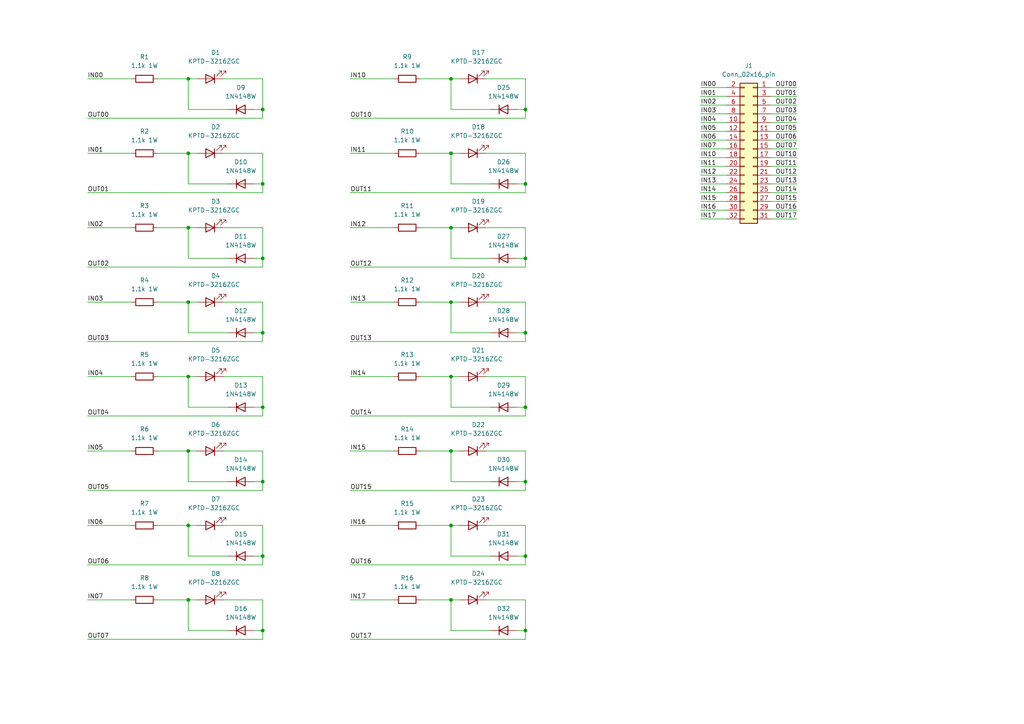
<source format=kicad_sch>
(kicad_sch (version 20231120) (generator "eeschema") (generator_version "8.0")
  (paper "A4")
  (title_block (title "Модуль PM-DI16-front-DC24"))
  (lib_symbols
    (symbol "NextPCB:1N4148W" (pin_numbers hide) (pin_names (offset 1.016) hide)
      (property "Reference" "D" (at 0 2.54 0))
      (property "Value" "1N4148W" (at 0 -2.54 0))
      (symbol "1N4148W_0_1"
        (polyline (pts (xy -1.27 1.27) (xy -1.27 -1.27)) (stroke (width 0.254)))
        (polyline (pts (xy 1.27 0) (xy -1.27 0)))
        (polyline (pts (xy 1.27 1.27) (xy 1.27 -1.27) (xy -1.27 0) (xy 1.27 1.27)) (stroke (width 0.254)))
      )
      (symbol "1N4148W_1_1"
        (pin passive line (at -3.81 0 0) (length 2.54) (name "K") (number "1"))
        (pin passive line (at 3.81 0 180) (length 2.54) (name "A") (number "2"))
      )
    )
    (symbol "NextPCB:Conn_02x16_pin" (pin_names (offset 1.016) hide)
      (property "Reference" "J" (at 1.27 20.32 0))
      (property "Value" "Conn_02x16_pin" (at 1.27 -22.86 0))
      (symbol "Conn_02x16_pin_1_1"
        (rectangle (start -1.27 -20.193) (end 0 -20.447) (stroke (width 0.1524)))
        (rectangle (start -1.27 -17.653) (end 0 -17.907) (stroke (width 0.1524)))
        (rectangle (start -1.27 -15.113) (end 0 -15.367) (stroke (width 0.1524)))
        (rectangle (start -1.27 -12.573) (end 0 -12.827) (stroke (width 0.1524)))
        (rectangle (start -1.27 -10.033) (end 0 -10.287) (stroke (width 0.1524)))
        (rectangle (start -1.27 -7.493) (end 0 -7.747) (stroke (width 0.1524)))
        (rectangle (start -1.27 -4.953) (end 0 -5.207) (stroke (width 0.1524)))
        (rectangle (start -1.27 -2.413) (end 0 -2.667) (stroke (width 0.1524)))
        (rectangle (start -1.27 0.127) (end 0 -0.127) (stroke (width 0.1524)))
        (rectangle (start -1.27 2.667) (end 0 2.413) (stroke (width 0.1524)))
        (rectangle (start -1.27 5.207) (end 0 4.953) (stroke (width 0.1524)))
        (rectangle (start -1.27 7.747) (end 0 7.493) (stroke (width 0.1524)))
        (rectangle (start -1.27 10.287) (end 0 10.033) (stroke (width 0.1524)))
        (rectangle (start -1.27 12.827) (end 0 12.573) (stroke (width 0.1524)))
        (rectangle (start -1.27 15.367) (end 0 15.113) (stroke (width 0.1524)))
        (rectangle (start -1.27 17.907) (end 0 17.653) (stroke (width 0.1524)))
        (rectangle (start -1.27 19.05) (end 3.81 -21.59) (stroke (width 0.254)) (fill (type background)))
        (rectangle (start 3.81 -20.193) (end 2.54 -20.447) (stroke (width 0.1524)))
        (rectangle (start 3.81 -17.653) (end 2.54 -17.907) (stroke (width 0.1524)))
        (rectangle (start 3.81 -15.113) (end 2.54 -15.367) (stroke (width 0.1524)))
        (rectangle (start 3.81 -12.573) (end 2.54 -12.827) (stroke (width 0.1524)))
        (rectangle (start 3.81 -10.033) (end 2.54 -10.287) (stroke (width 0.1524)))
        (rectangle (start 3.81 -7.493) (end 2.54 -7.747) (stroke (width 0.1524)))
        (rectangle (start 3.81 -4.953) (end 2.54 -5.207) (stroke (width 0.1524)))
        (rectangle (start 3.81 -2.413) (end 2.54 -2.667) (stroke (width 0.1524)))
        (rectangle (start 3.81 0.127) (end 2.54 -0.127) (stroke (width 0.1524)))
        (rectangle (start 3.81 2.667) (end 2.54 2.413) (stroke (width 0.1524)))
        (rectangle (start 3.81 5.207) (end 2.54 4.953) (stroke (width 0.1524)))
        (rectangle (start 3.81 7.747) (end 2.54 7.493) (stroke (width 0.1524)))
        (rectangle (start 3.81 10.287) (end 2.54 10.033) (stroke (width 0.1524)))
        (rectangle (start 3.81 12.827) (end 2.54 12.573) (stroke (width 0.1524)))
        (rectangle (start 3.81 15.367) (end 2.54 15.113) (stroke (width 0.1524)))
        (rectangle (start 3.81 17.907) (end 2.54 17.653) (stroke (width 0.1524)))
        (pin passive line (at -5.08 17.78 0) (length 3.81) (name "Pin_1") (number "1"))
        (pin passive line (at 7.62 7.62 180) (length 3.81) (name "Pin_10") (number "10"))
        (pin passive line (at -5.08 5.08 0) (length 3.81) (name "Pin_11") (number "11"))
        (pin passive line (at 7.62 5.08 180) (length 3.81) (name "Pin_12") (number "12"))
        (pin passive line (at -5.08 2.54 0) (length 3.81) (name "Pin_13") (number "13"))
        (pin passive line (at 7.62 2.54 180) (length 3.81) (name "Pin_14") (number "14"))
        (pin passive line (at -5.08 0 0) (length 3.81) (name "Pin_15") (number "15"))
        (pin passive line (at 7.62 0 180) (length 3.81) (name "Pin_16") (number "16"))
        (pin passive line (at -5.08 -2.54 0) (length 3.81) (name "Pin_17") (number "17"))
        (pin passive line (at 7.62 -2.54 180) (length 3.81) (name "Pin_18") (number "18"))
        (pin passive line (at -5.08 -5.08 0) (length 3.81) (name "Pin_19") (number "19"))
        (pin passive line (at 7.62 17.78 180) (length 3.81) (name "Pin_2") (number "2"))
        (pin passive line (at 7.62 -5.08 180) (length 3.81) (name "Pin_20") (number "20"))
        (pin passive line (at -5.08 -7.62 0) (length 3.81) (name "Pin_21") (number "21"))
        (pin passive line (at 7.62 -7.62 180) (length 3.81) (name "Pin_22") (number "22"))
        (pin passive line (at -5.08 -10.16 0) (length 3.81) (name "Pin_23") (number "23"))
        (pin passive line (at 7.62 -10.16 180) (length 3.81) (name "Pin_24") (number "24"))
        (pin passive line (at -5.08 -12.7 0) (length 3.81) (name "Pin_25") (number "25"))
        (pin passive line (at 7.62 -12.7 180) (length 3.81) (name "Pin_26") (number "26"))
        (pin passive line (at -5.08 -15.24 0) (length 3.81) (name "Pin_27") (number "27"))
        (pin passive line (at 7.62 -15.24 180) (length 3.81) (name "Pin_28") (number "28"))
        (pin passive line (at -5.08 -17.78 0) (length 3.81) (name "Pin_29") (number "29"))
        (pin passive line (at -5.08 15.24 0) (length 3.81) (name "Pin_3") (number "3"))
        (pin passive line (at 7.62 -17.78 180) (length 3.81) (name "Pin_30") (number "30"))
        (pin passive line (at -5.08 -20.32 0) (length 3.81) (name "Pin_31") (number "31"))
        (pin passive line (at 7.62 -20.32 180) (length 3.81) (name "Pin_32") (number "32"))
        (pin passive line (at 7.62 15.24 180) (length 3.81) (name "Pin_4") (number "4"))
        (pin passive line (at -5.08 12.7 0) (length 3.81) (name "Pin_5") (number "5"))
        (pin passive line (at 7.62 12.7 180) (length 3.81) (name "Pin_6") (number "6"))
        (pin passive line (at -5.08 10.16 0) (length 3.81) (name "Pin_7") (number "7"))
        (pin passive line (at 7.62 10.16 180) (length 3.81) (name "Pin_8") (number "8"))
        (pin passive line (at -5.08 7.62 0) (length 3.81) (name "Pin_9") (number "9"))
      )
    )
    (symbol "NextPCB:LED_KPTD-3216ZGC" (pin_numbers hide) (pin_names (offset 1.016) hide)
      (property "Reference" "D" (at 0 2.54 0))
      (property "Value" "KPTD-3216ZGC " (at 0 -2.54 0))
      (symbol "LED_KPTD-3216ZGC_0_1"
        (polyline (pts (xy -1.27 -1.27) (xy -1.27 1.27)) (stroke (width 0.254)))
        (polyline (pts (xy -1.27 0) (xy 1.27 0)))
        (polyline (pts (xy 1.27 -1.27) (xy 1.27 1.27) (xy -1.27 0) (xy 1.27 -1.27)) (stroke (width 0.254)))
        (polyline (pts (xy -3.048 -0.762) (xy -4.572 -2.286) (xy -3.81 -2.286) (xy -4.572 -2.286) (xy -4.572 -1.524)))
        (polyline (pts (xy -1.778 -0.762) (xy -3.302 -2.286) (xy -2.54 -2.286) (xy -3.302 -2.286) (xy -3.302 -1.524)))
      )
      (symbol "LED_KPTD-3216ZGC_1_1"
        (pin passive line (at -3.81 0 0) (length 2.54) (name "K") (number "1"))
        (pin passive line (at 3.81 0 180) (length 2.54) (name "A") (number "2"))
      )
    )
    (symbol "NextPCB:R_1.1k_1W" (pin_numbers hide) (pin_names (offset 0))
      (property "Reference" "R" (at 2.032 0 90))
      (property "Value" "1.1k 1W" (at 0 0 90))
      (symbol "R_1.1k_1W_0_1"
        (rectangle (start -1.016 -2.54) (end 1.016 2.54) (stroke (width 0.254)))
      )
      (symbol "R_1.1k_1W_1_1"
        (pin passive line (at 0 3.81 270) (length 1.27) (name "~") (number "1"))
        (pin passive line (at 0 -3.81 90) (length 1.27) (name "~") (number "2"))
      )
    )
  )
  (junction (at 76.2 139.7))
  (junction (at 130.81 152.4))
  (junction (at 152.4 118.11))
  (junction (at 152.4 53.34))
  (junction (at 76.2 182.88))
  (junction (at 130.81 44.45))
  (junction (at 152.4 161.29))
  (junction (at 152.4 96.52))
  (junction (at 152.4 31.75))
  (junction (at 76.2 74.93))
  (junction (at 76.2 96.52))
  (junction (at 54.61 173.99))
  (junction (at 130.81 87.63))
  (junction (at 130.81 66.04))
  (junction (at 152.4 139.7))
  (junction (at 130.81 173.99))
  (junction (at 54.61 44.45))
  (junction (at 54.61 22.86))
  (junction (at 152.4 182.88))
  (junction (at 76.2 161.29))
  (junction (at 54.61 87.63))
  (junction (at 130.81 130.81))
  (junction (at 130.81 22.86))
  (junction (at 54.61 66.04))
  (junction (at 76.2 31.75))
  (junction (at 54.61 152.4))
  (junction (at 130.81 109.22))
  (junction (at 76.2 118.11))
  (junction (at 54.61 130.81))
  (junction (at 76.2 53.34))
  (junction (at 54.61 109.22))
  (junction (at 152.4 74.93))
  (wire (pts (xy 203.2 25.4) (xy 210.82 25.4)))
  (wire (pts (xy 152.4 74.93) (xy 152.4 66.04)))
  (wire (pts (xy 152.4 55.88) (xy 152.4 53.34)))
  (wire (pts (xy 25.4 163.83) (xy 76.2 163.83)))
  (wire (pts (xy 66.04 74.93) (xy 54.61 74.93)))
  (wire (pts (xy 25.4 130.81) (xy 38.1 130.81)))
  (wire (pts (xy 101.6 185.42) (xy 152.4 185.42)))
  (wire (pts (xy 101.6 87.63) (xy 114.3 87.63)))
  (wire (pts (xy 25.4 173.99) (xy 38.1 173.99)))
  (wire (pts (xy 203.2 35.56) (xy 210.82 35.56)))
  (wire (pts (xy 140.97 152.4) (xy 152.4 152.4)))
  (wire (pts (xy 130.81 44.45) (xy 133.35 44.45)))
  (wire (pts (xy 66.04 96.52) (xy 54.61 96.52)))
  (wire (pts (xy 101.6 77.47) (xy 152.4 77.47)))
  (wire (pts (xy 130.81 53.34) (xy 130.81 44.45)))
  (wire (pts (xy 66.04 139.7) (xy 54.61 139.7)))
  (wire (pts (xy 101.6 163.83) (xy 152.4 163.83)))
  (wire (pts (xy 73.66 118.11) (xy 76.2 118.11)))
  (wire (pts (xy 223.52 33.02) (xy 231.14 33.02)))
  (wire (pts (xy 149.86 31.75) (xy 152.4 31.75)))
  (wire (pts (xy 76.2 142.24) (xy 76.2 139.7)))
  (wire (pts (xy 121.92 130.81) (xy 130.81 130.81)))
  (wire (pts (xy 223.52 45.72) (xy 231.14 45.72)))
  (wire (pts (xy 142.24 118.11) (xy 130.81 118.11)))
  (wire (pts (xy 152.4 185.42) (xy 152.4 182.88)))
  (wire (pts (xy 152.4 53.34) (xy 152.4 44.45)))
  (wire (pts (xy 25.4 99.06) (xy 76.2 99.06)))
  (wire (pts (xy 76.2 74.93) (xy 76.2 66.04)))
  (wire (pts (xy 101.6 44.45) (xy 114.3 44.45)))
  (wire (pts (xy 152.4 31.75) (xy 152.4 22.86)))
  (wire (pts (xy 64.77 66.04) (xy 76.2 66.04)))
  (wire (pts (xy 54.61 87.63) (xy 57.15 87.63)))
  (wire (pts (xy 101.6 22.86) (xy 114.3 22.86)))
  (wire (pts (xy 223.52 27.94) (xy 231.14 27.94)))
  (wire (pts (xy 149.86 182.88) (xy 152.4 182.88)))
  (wire (pts (xy 130.81 109.22) (xy 133.35 109.22)))
  (wire (pts (xy 66.04 161.29) (xy 54.61 161.29)))
  (wire (pts (xy 130.81 161.29) (xy 130.81 152.4)))
  (wire (pts (xy 140.97 173.99) (xy 152.4 173.99)))
  (wire (pts (xy 203.2 40.64) (xy 210.82 40.64)))
  (wire (pts (xy 149.86 139.7) (xy 152.4 139.7)))
  (wire (pts (xy 203.2 43.18) (xy 210.82 43.18)))
  (wire (pts (xy 149.86 118.11) (xy 152.4 118.11)))
  (wire (pts (xy 223.52 53.34) (xy 231.14 53.34)))
  (wire (pts (xy 76.2 185.42) (xy 76.2 182.88)))
  (wire (pts (xy 223.52 35.56) (xy 231.14 35.56)))
  (wire (pts (xy 25.4 185.42) (xy 76.2 185.42)))
  (wire (pts (xy 73.66 53.34) (xy 76.2 53.34)))
  (wire (pts (xy 223.52 50.8) (xy 231.14 50.8)))
  (wire (pts (xy 54.61 96.52) (xy 54.61 87.63)))
  (wire (pts (xy 25.4 120.65) (xy 76.2 120.65)))
  (wire (pts (xy 73.66 31.75) (xy 76.2 31.75)))
  (wire (pts (xy 101.6 120.65) (xy 152.4 120.65)))
  (wire (pts (xy 64.77 109.22) (xy 76.2 109.22)))
  (wire (pts (xy 25.4 55.88) (xy 76.2 55.88)))
  (wire (pts (xy 140.97 87.63) (xy 152.4 87.63)))
  (wire (pts (xy 76.2 31.75) (xy 76.2 22.86)))
  (wire (pts (xy 66.04 182.88) (xy 54.61 182.88)))
  (wire (pts (xy 25.4 22.86) (xy 38.1 22.86)))
  (wire (pts (xy 142.24 182.88) (xy 130.81 182.88)))
  (wire (pts (xy 25.4 66.04) (xy 38.1 66.04)))
  (wire (pts (xy 130.81 31.75) (xy 130.81 22.86)))
  (wire (pts (xy 203.2 30.48) (xy 210.82 30.48)))
  (wire (pts (xy 223.52 58.42) (xy 231.14 58.42)))
  (wire (pts (xy 54.61 109.22) (xy 57.15 109.22)))
  (wire (pts (xy 64.77 130.81) (xy 76.2 130.81)))
  (wire (pts (xy 203.2 63.5) (xy 210.82 63.5)))
  (wire (pts (xy 45.72 22.86) (xy 54.61 22.86)))
  (wire (pts (xy 149.86 161.29) (xy 152.4 161.29)))
  (wire (pts (xy 64.77 22.86) (xy 76.2 22.86)))
  (wire (pts (xy 25.4 34.29) (xy 76.2 34.29)))
  (wire (pts (xy 76.2 182.88) (xy 76.2 173.99)))
  (wire (pts (xy 73.66 161.29) (xy 76.2 161.29)))
  (wire (pts (xy 101.6 130.81) (xy 114.3 130.81)))
  (wire (pts (xy 130.81 66.04) (xy 133.35 66.04)))
  (wire (pts (xy 101.6 142.24) (xy 152.4 142.24)))
  (wire (pts (xy 66.04 31.75) (xy 54.61 31.75)))
  (wire (pts (xy 121.92 87.63) (xy 130.81 87.63)))
  (wire (pts (xy 203.2 58.42) (xy 210.82 58.42)))
  (wire (pts (xy 64.77 87.63) (xy 76.2 87.63)))
  (wire (pts (xy 64.77 44.45) (xy 76.2 44.45)))
  (wire (pts (xy 152.4 163.83) (xy 152.4 161.29)))
  (wire (pts (xy 64.77 152.4) (xy 76.2 152.4)))
  (wire (pts (xy 76.2 96.52) (xy 76.2 87.63)))
  (wire (pts (xy 101.6 66.04) (xy 114.3 66.04)))
  (wire (pts (xy 152.4 182.88) (xy 152.4 173.99)))
  (wire (pts (xy 54.61 53.34) (xy 54.61 44.45)))
  (wire (pts (xy 140.97 109.22) (xy 152.4 109.22)))
  (wire (pts (xy 54.61 66.04) (xy 57.15 66.04)))
  (wire (pts (xy 203.2 55.88) (xy 210.82 55.88)))
  (wire (pts (xy 76.2 118.11) (xy 76.2 109.22)))
  (wire (pts (xy 130.81 182.88) (xy 130.81 173.99)))
  (wire (pts (xy 64.77 173.99) (xy 76.2 173.99)))
  (wire (pts (xy 152.4 118.11) (xy 152.4 109.22)))
  (wire (pts (xy 203.2 45.72) (xy 210.82 45.72)))
  (wire (pts (xy 130.81 173.99) (xy 133.35 173.99)))
  (wire (pts (xy 142.24 161.29) (xy 130.81 161.29)))
  (wire (pts (xy 203.2 48.26) (xy 210.82 48.26)))
  (wire (pts (xy 101.6 55.88) (xy 152.4 55.88)))
  (wire (pts (xy 152.4 99.06) (xy 152.4 96.52)))
  (wire (pts (xy 73.66 139.7) (xy 76.2 139.7)))
  (wire (pts (xy 223.52 55.88) (xy 231.14 55.88)))
  (wire (pts (xy 142.24 31.75) (xy 130.81 31.75)))
  (wire (pts (xy 45.72 152.4) (xy 54.61 152.4)))
  (wire (pts (xy 45.72 109.22) (xy 54.61 109.22)))
  (wire (pts (xy 101.6 34.29) (xy 152.4 34.29)))
  (wire (pts (xy 130.81 22.86) (xy 133.35 22.86)))
  (wire (pts (xy 76.2 77.47) (xy 76.2 74.93)))
  (wire (pts (xy 223.52 30.48) (xy 231.14 30.48)))
  (wire (pts (xy 152.4 142.24) (xy 152.4 139.7)))
  (wire (pts (xy 101.6 99.06) (xy 152.4 99.06)))
  (wire (pts (xy 54.61 22.86) (xy 57.15 22.86)))
  (wire (pts (xy 25.4 142.24) (xy 76.2 142.24)))
  (wire (pts (xy 142.24 53.34) (xy 130.81 53.34)))
  (wire (pts (xy 121.92 44.45) (xy 130.81 44.45)))
  (wire (pts (xy 152.4 139.7) (xy 152.4 130.81)))
  (wire (pts (xy 25.4 44.45) (xy 38.1 44.45)))
  (wire (pts (xy 76.2 161.29) (xy 76.2 152.4)))
  (wire (pts (xy 203.2 60.96) (xy 210.82 60.96)))
  (wire (pts (xy 223.52 63.5) (xy 231.14 63.5)))
  (wire (pts (xy 54.61 161.29) (xy 54.61 152.4)))
  (wire (pts (xy 54.61 139.7) (xy 54.61 130.81)))
  (wire (pts (xy 121.92 22.86) (xy 130.81 22.86)))
  (wire (pts (xy 45.72 87.63) (xy 54.61 87.63)))
  (wire (pts (xy 142.24 139.7) (xy 130.81 139.7)))
  (wire (pts (xy 54.61 182.88) (xy 54.61 173.99)))
  (wire (pts (xy 54.61 118.11) (xy 54.61 109.22)))
  (wire (pts (xy 140.97 66.04) (xy 152.4 66.04)))
  (wire (pts (xy 76.2 139.7) (xy 76.2 130.81)))
  (wire (pts (xy 149.86 74.93) (xy 152.4 74.93)))
  (wire (pts (xy 25.4 152.4) (xy 38.1 152.4)))
  (wire (pts (xy 140.97 130.81) (xy 152.4 130.81)))
  (wire (pts (xy 152.4 77.47) (xy 152.4 74.93)))
  (wire (pts (xy 223.52 48.26) (xy 231.14 48.26)))
  (wire (pts (xy 25.4 109.22) (xy 38.1 109.22)))
  (wire (pts (xy 140.97 22.86) (xy 152.4 22.86)))
  (wire (pts (xy 121.92 152.4) (xy 130.81 152.4)))
  (wire (pts (xy 130.81 87.63) (xy 133.35 87.63)))
  (wire (pts (xy 45.72 44.45) (xy 54.61 44.45)))
  (wire (pts (xy 45.72 66.04) (xy 54.61 66.04)))
  (wire (pts (xy 76.2 120.65) (xy 76.2 118.11)))
  (wire (pts (xy 54.61 173.99) (xy 57.15 173.99)))
  (wire (pts (xy 223.52 25.4) (xy 231.14 25.4)))
  (wire (pts (xy 130.81 118.11) (xy 130.81 109.22)))
  (wire (pts (xy 25.4 77.47) (xy 76.2 77.47)))
  (wire (pts (xy 223.52 38.1) (xy 231.14 38.1)))
  (wire (pts (xy 25.4 87.63) (xy 38.1 87.63)))
  (wire (pts (xy 203.2 50.8) (xy 210.82 50.8)))
  (wire (pts (xy 54.61 31.75) (xy 54.61 22.86)))
  (wire (pts (xy 149.86 96.52) (xy 152.4 96.52)))
  (wire (pts (xy 149.86 53.34) (xy 152.4 53.34)))
  (wire (pts (xy 130.81 74.93) (xy 130.81 66.04)))
  (wire (pts (xy 101.6 152.4) (xy 114.3 152.4)))
  (wire (pts (xy 54.61 44.45) (xy 57.15 44.45)))
  (wire (pts (xy 54.61 130.81) (xy 57.15 130.81)))
  (wire (pts (xy 101.6 173.99) (xy 114.3 173.99)))
  (wire (pts (xy 203.2 53.34) (xy 210.82 53.34)))
  (wire (pts (xy 130.81 152.4) (xy 133.35 152.4)))
  (wire (pts (xy 76.2 163.83) (xy 76.2 161.29)))
  (wire (pts (xy 121.92 109.22) (xy 130.81 109.22)))
  (wire (pts (xy 76.2 53.34) (xy 76.2 44.45)))
  (wire (pts (xy 152.4 161.29) (xy 152.4 152.4)))
  (wire (pts (xy 45.72 130.81) (xy 54.61 130.81)))
  (wire (pts (xy 152.4 34.29) (xy 152.4 31.75)))
  (wire (pts (xy 203.2 27.94) (xy 210.82 27.94)))
  (wire (pts (xy 73.66 182.88) (xy 76.2 182.88)))
  (wire (pts (xy 54.61 152.4) (xy 57.15 152.4)))
  (wire (pts (xy 130.81 139.7) (xy 130.81 130.81)))
  (wire (pts (xy 130.81 130.81) (xy 133.35 130.81)))
  (wire (pts (xy 121.92 66.04) (xy 130.81 66.04)))
  (wire (pts (xy 203.2 38.1) (xy 210.82 38.1)))
  (wire (pts (xy 203.2 33.02) (xy 210.82 33.02)))
  (wire (pts (xy 223.52 43.18) (xy 231.14 43.18)))
  (wire (pts (xy 76.2 99.06) (xy 76.2 96.52)))
  (wire (pts (xy 152.4 120.65) (xy 152.4 118.11)))
  (wire (pts (xy 152.4 96.52) (xy 152.4 87.63)))
  (wire (pts (xy 140.97 44.45) (xy 152.4 44.45)))
  (wire (pts (xy 223.52 40.64) (xy 231.14 40.64)))
  (wire (pts (xy 121.92 173.99) (xy 130.81 173.99)))
  (wire (pts (xy 66.04 118.11) (xy 54.61 118.11)))
  (wire (pts (xy 76.2 34.29) (xy 76.2 31.75)))
  (wire (pts (xy 76.2 55.88) (xy 76.2 53.34)))
  (wire (pts (xy 101.6 109.22) (xy 114.3 109.22)))
  (wire (pts (xy 73.66 74.93) (xy 76.2 74.93)))
  (wire (pts (xy 142.24 96.52) (xy 130.81 96.52)))
  (wire (pts (xy 142.24 74.93) (xy 130.81 74.93)))
  (wire (pts (xy 66.04 53.34) (xy 54.61 53.34)))
  (wire (pts (xy 73.66 96.52) (xy 76.2 96.52)))
  (wire (pts (xy 45.72 173.99) (xy 54.61 173.99)))
  (wire (pts (xy 54.61 74.93) (xy 54.61 66.04)))
  (wire (pts (xy 223.52 60.96) (xy 231.14 60.96)))
  (wire (pts (xy 130.81 96.52) (xy 130.81 87.63)))
  (label "OUT02" (at 25.4 77.47 0))
  (label "OUT05" (at 25.4 142.24 0))
  (label "OUT03" (at 25.4 99.06 0))
  (label "OUT00" (at 231.14 25.4 180))
  (label "IN11" (at 203.2 48.26 0))
  (label "IN03" (at 203.2 33.02 0))
  (label "OUT17" (at 231.14 63.5 180))
  (label "OUT07" (at 231.14 43.18 180))
  (label "IN04" (at 203.2 35.56 0))
  (label "OUT04" (at 231.14 35.56 180))
  (label "OUT17" (at 101.6 185.42 0))
  (label "IN16" (at 101.6 152.4 0))
  (label "OUT15" (at 231.14 58.42 180))
  (label "IN02" (at 203.2 30.48 0))
  (label "OUT12" (at 231.14 50.8 180))
  (label "OUT15" (at 101.6 142.24 0))
  (label "OUT04" (at 25.4 120.65 0))
  (label "IN13" (at 101.6 87.63 0))
  (label "IN03" (at 25.4 87.63 0))
  (label "IN07" (at 25.4 173.99 0))
  (label "IN00" (at 25.4 22.86 0))
  (label "OUT01" (at 25.4 55.88 0))
  (label "OUT16" (at 231.14 60.96 180))
  (label "OUT14" (at 101.6 120.65 0))
  (label "OUT07" (at 25.4 185.42 0))
  (label "OUT10" (at 231.14 45.72 180))
  (label "IN01" (at 203.2 27.94 0))
  (label "OUT00" (at 25.4 34.29 0))
  (label "OUT13" (at 101.6 99.06 0))
  (label "IN17" (at 203.2 63.5 0))
  (label "OUT13" (at 231.14 53.34 180))
  (label "OUT10" (at 101.6 34.29 0))
  (label "IN14" (at 203.2 55.88 0))
  (label "IN12" (at 101.6 66.04 0))
  (label "IN04" (at 25.4 109.22 0))
  (label "OUT05" (at 231.14 38.1 180))
  (label "OUT03" (at 231.14 33.02 180))
  (label "IN05" (at 25.4 130.81 0))
  (label "IN07" (at 203.2 43.18 0))
  (label "IN06" (at 25.4 152.4 0))
  (label "IN02" (at 25.4 66.04 0))
  (label "OUT11" (at 101.6 55.88 0))
  (label "OUT14" (at 231.14 55.88 180))
  (label "IN15" (at 203.2 58.42 0))
  (label "IN05" (at 203.2 38.1 0))
  (label "OUT11" (at 231.14 48.26 180))
  (label "IN13" (at 203.2 53.34 0))
  (label "OUT12" (at 101.6 77.47 0))
  (label "OUT02" (at 231.14 30.48 180))
  (label "IN06" (at 203.2 40.64 0))
  (label "IN17" (at 101.6 173.99 0))
  (label "IN15" (at 101.6 130.81 0))
  (label "IN11" (at 101.6 44.45 0))
  (label "IN14" (at 101.6 109.22 0))
  (label "IN10" (at 203.2 45.72 0))
  (label "IN16" (at 203.2 60.96 0))
  (label "IN12" (at 203.2 50.8 0))
  (label "OUT16" (at 101.6 163.83 0))
  (label "OUT01" (at 231.14 27.94 180))
  (label "OUT06" (at 231.14 40.64 180))
  (label "OUT06" (at 25.4 163.83 0))
  (label "IN01" (at 25.4 44.45 0))
  (label "IN00" (at 203.2 25.4 0))
  (label "IN10" (at 101.6 22.86 0))
  (symbol (lib_id "NextPCB:1N4148W") (at 69.85 182.88 0) (unit 1)
    (property "Reference" "D16" (at 69.85 176.53 0))
    (property "Value" "1N4148W" (at 69.85 179.07 0))
    (property "Footprint" "Diode_SMD:D_SOD-123" (effects (hide yes)))
    (property "Description" "Diode" (effects (hide yes)))
    (property "Sim.Device" "D" (effects (hide yes)))
    (property "Sim.Pins" "1=K 2=A" (effects (hide yes)))
    (property "MfrPart" "1N4148W" (effects (hide yes)))
    (property "Manufacturer" "Jingdao" (effects (hide yes)))
    (property "HQPart" "DS0143597" (effects (hide yes)))
    (property "NextPCB_price" "0.00811" (effects (hide yes)))
    (property "NextPCB_url" "https://www.hqonline.com/product-detail/switching-diodes--small-signal--st-xianke--1n4148w-2500240525" (effects (hide yes)))
  )
  (symbol (lib_id "NextPCB:1N4148W") (at 69.85 74.93 0) (unit 1)
    (property "Reference" "D11" (at 69.85 68.58 0))
    (property "Value" "1N4148W" (at 69.85 71.12 0))
    (property "Footprint" "Diode_SMD:D_SOD-123" (effects (hide yes)))
    (property "Description" "Diode" (effects (hide yes)))
    (property "Sim.Device" "D" (effects (hide yes)))
    (property "Sim.Pins" "1=K 2=A" (effects (hide yes)))
    (property "MfrPart" "1N4148W" (effects (hide yes)))
    (property "Manufacturer" "Jingdao" (effects (hide yes)))
    (property "HQPart" "DS0143597" (effects (hide yes)))
    (property "NextPCB_price" "0.00811" (effects (hide yes)))
    (property "NextPCB_url" "https://www.hqonline.com/product-detail/switching-diodes--small-signal--st-xianke--1n4148w-2500240525" (effects (hide yes)))
  )
  (symbol (lib_id "NextPCB:LED_KPTD-3216ZGC") (at 60.96 44.45 180) (unit 1)
    (property "Reference" "D2" (at 62.5475 36.83 0))
    (property "Value" "KPTD-3216ZGC " (at 62.5475 39.37 0))
    (property "Footprint" "NextPCB:LED_KPTD-3216ZGC" (effects (hide yes)))
    (property "Datasheet" "https://www.kingbright.com/content/listitem/psearch/170" (effects (hide yes)))
    (property "Description" "Light emitting diode" (effects (hide yes)))
    (property "Manufacturer" "Kingbright" (effects (hide yes)))
    (property "NextPCB_price" "0.39735" (effects (hide yes)))
    (property "NextPCB_url" "https://www.hqonline.com/product-detail/kingbright-kptd-3216zgc-1007375095" (effects (hide yes)))
  )
  (symbol (lib_id "NextPCB:R_1.1k_1W") (at 118.11 109.22 90) (unit 1)
    (property "Reference" "R13" (at 118.11 102.87 90))
    (property "Value" "1.1k 1W" (at 118.11 105.41 90))
    (property "Footprint" "Resistor_SMD:R_2512_6332Metric_Pad1.40x3.35mm_HandSolder" (effects (hide yes)))
    (property "Datasheet" "https://www.hqonline.com/product-detail/chip-resistors-fojan-frc2512f1101ts-2500371841" (effects (hide yes)))
    (property "Description" "Resistor" (effects (hide yes)))
    (property "MfgPart" "FRC2512F1101TS" (effects (hide yes)))
    (property "HQPart" "RE0461845" (effects (hide yes)))
    (property "NextPCB_price" "0.01655" (effects (hide yes)))
    (property "NextPCB_url" "https://www.hqonline.com/product-detail/chip-resistors-fojan-frc2512f1101ts-2500371841" (effects (hide yes)))
  )
  (symbol (lib_id "NextPCB:1N4148W") (at 69.85 139.7 0) (unit 1)
    (property "Reference" "D14" (at 69.85 133.35 0))
    (property "Value" "1N4148W" (at 69.85 135.89 0))
    (property "Footprint" "Diode_SMD:D_SOD-123" (effects (hide yes)))
    (property "Description" "Diode" (effects (hide yes)))
    (property "Sim.Device" "D" (effects (hide yes)))
    (property "Sim.Pins" "1=K 2=A" (effects (hide yes)))
    (property "MfrPart" "1N4148W" (effects (hide yes)))
    (property "Manufacturer" "Jingdao" (effects (hide yes)))
    (property "HQPart" "DS0143597" (effects (hide yes)))
    (property "NextPCB_price" "0.00811" (effects (hide yes)))
    (property "NextPCB_url" "https://www.hqonline.com/product-detail/switching-diodes--small-signal--st-xianke--1n4148w-2500240525" (effects (hide yes)))
  )
  (symbol (lib_id "NextPCB:LED_KPTD-3216ZGC") (at 60.96 173.99 180) (unit 1)
    (property "Reference" "D8" (at 62.5475 166.37 0))
    (property "Value" "KPTD-3216ZGC " (at 62.5475 168.91 0))
    (property "Footprint" "NextPCB:LED_KPTD-3216ZGC" (effects (hide yes)))
    (property "Datasheet" "https://www.kingbright.com/content/listitem/psearch/170" (effects (hide yes)))
    (property "Description" "Light emitting diode" (effects (hide yes)))
    (property "Manufacturer" "Kingbright" (effects (hide yes)))
    (property "NextPCB_price" "0.39735" (effects (hide yes)))
    (property "NextPCB_url" "https://www.hqonline.com/product-detail/kingbright-kptd-3216zgc-1007375095" (effects (hide yes)))
  )
  (symbol (lib_id "NextPCB:LED_KPTD-3216ZGC") (at 137.16 87.63 180) (unit 1)
    (property "Reference" "D20" (at 138.7475 80.01 0))
    (property "Value" "KPTD-3216ZGC " (at 138.7475 82.55 0))
    (property "Footprint" "NextPCB:LED_KPTD-3216ZGC" (effects (hide yes)))
    (property "Datasheet" "https://www.kingbright.com/content/listitem/psearch/170" (effects (hide yes)))
    (property "Description" "Light emitting diode" (effects (hide yes)))
    (property "Manufacturer" "Kingbright" (effects (hide yes)))
    (property "NextPCB_price" "0.39735" (effects (hide yes)))
    (property "NextPCB_url" "https://www.hqonline.com/product-detail/kingbright-kptd-3216zgc-1007375095" (effects (hide yes)))
  )
  (symbol (lib_id "NextPCB:R_1.1k_1W") (at 41.91 109.22 90) (unit 1)
    (property "Reference" "R5" (at 41.91 102.87 90))
    (property "Value" "1.1k 1W" (at 41.91 105.41 90))
    (property "Footprint" "Resistor_SMD:R_2512_6332Metric_Pad1.40x3.35mm_HandSolder" (effects (hide yes)))
    (property "Datasheet" "https://www.hqonline.com/product-detail/chip-resistors-fojan-frc2512f1101ts-2500371841" (effects (hide yes)))
    (property "Description" "Resistor" (effects (hide yes)))
    (property "MfgPart" "FRC2512F1101TS" (effects (hide yes)))
    (property "HQPart" "RE0461845" (effects (hide yes)))
    (property "NextPCB_price" "0.01655" (effects (hide yes)))
    (property "NextPCB_url" "https://www.hqonline.com/product-detail/chip-resistors-fojan-frc2512f1101ts-2500371841" (effects (hide yes)))
  )
  (symbol (lib_id "NextPCB:LED_KPTD-3216ZGC") (at 137.16 152.4 180) (unit 1)
    (property "Reference" "D23" (at 138.7475 144.78 0))
    (property "Value" "KPTD-3216ZGC " (at 138.7475 147.32 0))
    (property "Footprint" "NextPCB:LED_KPTD-3216ZGC" (effects (hide yes)))
    (property "Datasheet" "https://www.kingbright.com/content/listitem/psearch/170" (effects (hide yes)))
    (property "Description" "Light emitting diode" (effects (hide yes)))
    (property "Manufacturer" "Kingbright" (effects (hide yes)))
    (property "NextPCB_price" "0.39735" (effects (hide yes)))
    (property "NextPCB_url" "https://www.hqonline.com/product-detail/kingbright-kptd-3216zgc-1007375095" (effects (hide yes)))
  )
  (symbol (lib_id "NextPCB:LED_KPTD-3216ZGC") (at 60.96 87.63 180) (unit 1)
    (property "Reference" "D4" (at 62.5475 80.01 0))
    (property "Value" "KPTD-3216ZGC " (at 62.5475 82.55 0))
    (property "Footprint" "NextPCB:LED_KPTD-3216ZGC" (effects (hide yes)))
    (property "Datasheet" "https://www.kingbright.com/content/listitem/psearch/170" (effects (hide yes)))
    (property "Description" "Light emitting diode" (effects (hide yes)))
    (property "Manufacturer" "Kingbright" (effects (hide yes)))
    (property "NextPCB_price" "0.39735" (effects (hide yes)))
    (property "NextPCB_url" "https://www.hqonline.com/product-detail/kingbright-kptd-3216zgc-1007375095" (effects (hide yes)))
  )
  (symbol (lib_id "NextPCB:R_1.1k_1W") (at 41.91 152.4 90) (unit 1)
    (property "Reference" "R7" (at 41.91 146.05 90))
    (property "Value" "1.1k 1W" (at 41.91 148.59 90))
    (property "Footprint" "Resistor_SMD:R_2512_6332Metric_Pad1.40x3.35mm_HandSolder" (effects (hide yes)))
    (property "Datasheet" "https://www.hqonline.com/product-detail/chip-resistors-fojan-frc2512f1101ts-2500371841" (effects (hide yes)))
    (property "Description" "Resistor" (effects (hide yes)))
    (property "MfgPart" "FRC2512F1101TS" (effects (hide yes)))
    (property "HQPart" "RE0461845" (effects (hide yes)))
    (property "NextPCB_price" "0.01655" (effects (hide yes)))
    (property "NextPCB_url" "https://www.hqonline.com/product-detail/chip-resistors-fojan-frc2512f1101ts-2500371841" (effects (hide yes)))
  )
  (symbol (lib_id "NextPCB:1N4148W") (at 146.05 182.88 0) (unit 1)
    (property "Reference" "D32" (at 146.05 176.53 0))
    (property "Value" "1N4148W" (at 146.05 179.07 0))
    (property "Footprint" "Diode_SMD:D_SOD-123" (effects (hide yes)))
    (property "Description" "Diode" (effects (hide yes)))
    (property "Sim.Device" "D" (effects (hide yes)))
    (property "Sim.Pins" "1=K 2=A" (effects (hide yes)))
    (property "MfrPart" "1N4148W" (effects (hide yes)))
    (property "Manufacturer" "Jingdao" (effects (hide yes)))
    (property "HQPart" "DS0143597" (effects (hide yes)))
    (property "NextPCB_price" "0.00811" (effects (hide yes)))
    (property "NextPCB_url" "https://www.hqonline.com/product-detail/switching-diodes--small-signal--st-xianke--1n4148w-2500240525" (effects (hide yes)))
  )
  (symbol (lib_id "NextPCB:R_1.1k_1W") (at 41.91 66.04 90) (unit 1)
    (property "Reference" "R3" (at 41.91 59.69 90))
    (property "Value" "1.1k 1W" (at 41.91 62.23 90))
    (property "Footprint" "Resistor_SMD:R_2512_6332Metric_Pad1.40x3.35mm_HandSolder" (effects (hide yes)))
    (property "Datasheet" "https://www.hqonline.com/product-detail/chip-resistors-fojan-frc2512f1101ts-2500371841" (effects (hide yes)))
    (property "Description" "Resistor" (effects (hide yes)))
    (property "MfgPart" "FRC2512F1101TS" (effects (hide yes)))
    (property "HQPart" "RE0461845" (effects (hide yes)))
    (property "NextPCB_price" "0.01655" (effects (hide yes)))
    (property "NextPCB_url" "https://www.hqonline.com/product-detail/chip-resistors-fojan-frc2512f1101ts-2500371841" (effects (hide yes)))
  )
  (symbol (lib_id "NextPCB:1N4148W") (at 69.85 96.52 0) (unit 1)
    (property "Reference" "D12" (at 69.85 90.17 0))
    (property "Value" "1N4148W" (at 69.85 92.71 0))
    (property "Footprint" "Diode_SMD:D_SOD-123" (effects (hide yes)))
    (property "Description" "Diode" (effects (hide yes)))
    (property "Sim.Device" "D" (effects (hide yes)))
    (property "Sim.Pins" "1=K 2=A" (effects (hide yes)))
    (property "MfrPart" "1N4148W" (effects (hide yes)))
    (property "Manufacturer" "Jingdao" (effects (hide yes)))
    (property "HQPart" "DS0143597" (effects (hide yes)))
    (property "NextPCB_price" "0.00811" (effects (hide yes)))
    (property "NextPCB_url" "https://www.hqonline.com/product-detail/switching-diodes--small-signal--st-xianke--1n4148w-2500240525" (effects (hide yes)))
  )
  (symbol (lib_id "NextPCB:R_1.1k_1W") (at 118.11 152.4 90) (unit 1)
    (property "Reference" "R15" (at 118.11 146.05 90))
    (property "Value" "1.1k 1W" (at 118.11 148.59 90))
    (property "Footprint" "Resistor_SMD:R_2512_6332Metric_Pad1.40x3.35mm_HandSolder" (effects (hide yes)))
    (property "Datasheet" "https://www.hqonline.com/product-detail/chip-resistors-fojan-frc2512f1101ts-2500371841" (effects (hide yes)))
    (property "Description" "Resistor" (effects (hide yes)))
    (property "MfgPart" "FRC2512F1101TS" (effects (hide yes)))
    (property "HQPart" "RE0461845" (effects (hide yes)))
    (property "NextPCB_price" "0.01655" (effects (hide yes)))
    (property "NextPCB_url" "https://www.hqonline.com/product-detail/chip-resistors-fojan-frc2512f1101ts-2500371841" (effects (hide yes)))
  )
  (symbol (lib_id "NextPCB:LED_KPTD-3216ZGC") (at 137.16 109.22 180) (unit 1)
    (property "Reference" "D21" (at 138.7475 101.6 0))
    (property "Value" "KPTD-3216ZGC " (at 138.7475 104.14 0))
    (property "Footprint" "NextPCB:LED_KPTD-3216ZGC" (effects (hide yes)))
    (property "Datasheet" "https://www.kingbright.com/content/listitem/psearch/170" (effects (hide yes)))
    (property "Description" "Light emitting diode" (effects (hide yes)))
    (property "Manufacturer" "Kingbright" (effects (hide yes)))
    (property "NextPCB_price" "0.39735" (effects (hide yes)))
    (property "NextPCB_url" "https://www.hqonline.com/product-detail/kingbright-kptd-3216zgc-1007375095" (effects (hide yes)))
  )
  (symbol (lib_id "NextPCB:1N4148W") (at 69.85 118.11 0) (unit 1)
    (property "Reference" "D13" (at 69.85 111.76 0))
    (property "Value" "1N4148W" (at 69.85 114.3 0))
    (property "Footprint" "Diode_SMD:D_SOD-123" (effects (hide yes)))
    (property "Description" "Diode" (effects (hide yes)))
    (property "Sim.Device" "D" (effects (hide yes)))
    (property "Sim.Pins" "1=K 2=A" (effects (hide yes)))
    (property "MfrPart" "1N4148W" (effects (hide yes)))
    (property "Manufacturer" "Jingdao" (effects (hide yes)))
    (property "HQPart" "DS0143597" (effects (hide yes)))
    (property "NextPCB_price" "0.00811" (effects (hide yes)))
    (property "NextPCB_url" "https://www.hqonline.com/product-detail/switching-diodes--small-signal--st-xianke--1n4148w-2500240525" (effects (hide yes)))
  )
  (symbol (lib_id "NextPCB:R_1.1k_1W") (at 41.91 130.81 90) (unit 1)
    (property "Reference" "R6" (at 41.91 124.46 90))
    (property "Value" "1.1k 1W" (at 41.91 127 90))
    (property "Footprint" "Resistor_SMD:R_2512_6332Metric_Pad1.40x3.35mm_HandSolder" (effects (hide yes)))
    (property "Datasheet" "https://www.hqonline.com/product-detail/chip-resistors-fojan-frc2512f1101ts-2500371841" (effects (hide yes)))
    (property "Description" "Resistor" (effects (hide yes)))
    (property "MfgPart" "FRC2512F1101TS" (effects (hide yes)))
    (property "HQPart" "RE0461845" (effects (hide yes)))
    (property "NextPCB_price" "0.01655" (effects (hide yes)))
    (property "NextPCB_url" "https://www.hqonline.com/product-detail/chip-resistors-fojan-frc2512f1101ts-2500371841" (effects (hide yes)))
  )
  (symbol (lib_id "NextPCB:1N4148W") (at 69.85 53.34 0) (unit 1)
    (property "Reference" "D10" (at 69.85 46.99 0))
    (property "Value" "1N4148W" (at 69.85 49.53 0))
    (property "Footprint" "Diode_SMD:D_SOD-123" (effects (hide yes)))
    (property "Description" "Diode" (effects (hide yes)))
    (property "Sim.Device" "D" (effects (hide yes)))
    (property "Sim.Pins" "1=K 2=A" (effects (hide yes)))
    (property "MfrPart" "1N4148W" (effects (hide yes)))
    (property "Manufacturer" "Jingdao" (effects (hide yes)))
    (property "HQPart" "DS0143597" (effects (hide yes)))
    (property "NextPCB_price" "0.00811" (effects (hide yes)))
    (property "NextPCB_url" "https://www.hqonline.com/product-detail/switching-diodes--small-signal--st-xianke--1n4148w-2500240525" (effects (hide yes)))
  )
  (symbol (lib_id "NextPCB:R_1.1k_1W") (at 41.91 22.86 90) (unit 1)
    (property "Reference" "R1" (at 41.91 16.51 90))
    (property "Value" "1.1k 1W" (at 41.91 19.05 90))
    (property "Footprint" "Resistor_SMD:R_2512_6332Metric_Pad1.40x3.35mm_HandSolder" (effects (hide yes)))
    (property "Datasheet" "https://www.hqonline.com/product-detail/chip-resistors-fojan-frc2512f1101ts-2500371841" (effects (hide yes)))
    (property "Description" "Resistor" (effects (hide yes)))
    (property "MfgPart" "FRC2512F1101TS" (effects (hide yes)))
    (property "HQPart" "RE0461845" (effects (hide yes)))
    (property "NextPCB_price" "0.01655" (effects (hide yes)))
    (property "NextPCB_url" "https://www.hqonline.com/product-detail/chip-resistors-fojan-frc2512f1101ts-2500371841" (effects (hide yes)))
  )
  (symbol (lib_id "NextPCB:R_1.1k_1W") (at 118.11 44.45 90) (unit 1)
    (property "Reference" "R10" (at 118.11 38.1 90))
    (property "Value" "1.1k 1W" (at 118.11 40.64 90))
    (property "Footprint" "Resistor_SMD:R_2512_6332Metric_Pad1.40x3.35mm_HandSolder" (effects (hide yes)))
    (property "Datasheet" "https://www.hqonline.com/product-detail/chip-resistors-fojan-frc2512f1101ts-2500371841" (effects (hide yes)))
    (property "Description" "Resistor" (effects (hide yes)))
    (property "MfgPart" "FRC2512F1101TS" (effects (hide yes)))
    (property "HQPart" "RE0461845" (effects (hide yes)))
    (property "NextPCB_price" "0.01655" (effects (hide yes)))
    (property "NextPCB_url" "https://www.hqonline.com/product-detail/chip-resistors-fojan-frc2512f1101ts-2500371841" (effects (hide yes)))
  )
  (symbol (lib_id "NextPCB:1N4148W") (at 146.05 118.11 0) (unit 1)
    (property "Reference" "D29" (at 146.05 111.76 0))
    (property "Value" "1N4148W" (at 146.05 114.3 0))
    (property "Footprint" "Diode_SMD:D_SOD-123" (effects (hide yes)))
    (property "Description" "Diode" (effects (hide yes)))
    (property "Sim.Device" "D" (effects (hide yes)))
    (property "Sim.Pins" "1=K 2=A" (effects (hide yes)))
    (property "MfrPart" "1N4148W" (effects (hide yes)))
    (property "Manufacturer" "Jingdao" (effects (hide yes)))
    (property "HQPart" "DS0143597" (effects (hide yes)))
    (property "NextPCB_price" "0.00811" (effects (hide yes)))
    (property "NextPCB_url" "https://www.hqonline.com/product-detail/switching-diodes--small-signal--st-xianke--1n4148w-2500240525" (effects (hide yes)))
  )
  (symbol (lib_id "NextPCB:1N4148W") (at 146.05 139.7 0) (unit 1)
    (property "Reference" "D30" (at 146.05 133.35 0))
    (property "Value" "1N4148W" (at 146.05 135.89 0))
    (property "Footprint" "Diode_SMD:D_SOD-123" (effects (hide yes)))
    (property "Description" "Diode" (effects (hide yes)))
    (property "Sim.Device" "D" (effects (hide yes)))
    (property "Sim.Pins" "1=K 2=A" (effects (hide yes)))
    (property "MfrPart" "1N4148W" (effects (hide yes)))
    (property "Manufacturer" "Jingdao" (effects (hide yes)))
    (property "HQPart" "DS0143597" (effects (hide yes)))
    (property "NextPCB_price" "0.00811" (effects (hide yes)))
    (property "NextPCB_url" "https://www.hqonline.com/product-detail/switching-diodes--small-signal--st-xianke--1n4148w-2500240525" (effects (hide yes)))
  )
  (symbol (lib_id "NextPCB:LED_KPTD-3216ZGC") (at 137.16 66.04 180) (unit 1)
    (property "Reference" "D19" (at 138.7475 58.42 0))
    (property "Value" "KPTD-3216ZGC " (at 138.7475 60.96 0))
    (property "Footprint" "NextPCB:LED_KPTD-3216ZGC" (effects (hide yes)))
    (property "Datasheet" "https://www.kingbright.com/content/listitem/psearch/170" (effects (hide yes)))
    (property "Description" "Light emitting diode" (effects (hide yes)))
    (property "Manufacturer" "Kingbright" (effects (hide yes)))
    (property "NextPCB_price" "0.39735" (effects (hide yes)))
    (property "NextPCB_url" "https://www.hqonline.com/product-detail/kingbright-kptd-3216zgc-1007375095" (effects (hide yes)))
  )
  (symbol (lib_id "NextPCB:1N4148W") (at 69.85 161.29 0) (unit 1)
    (property "Reference" "D15" (at 69.85 154.94 0))
    (property "Value" "1N4148W" (at 69.85 157.48 0))
    (property "Footprint" "Diode_SMD:D_SOD-123" (effects (hide yes)))
    (property "Description" "Diode" (effects (hide yes)))
    (property "Sim.Device" "D" (effects (hide yes)))
    (property "Sim.Pins" "1=K 2=A" (effects (hide yes)))
    (property "MfrPart" "1N4148W" (effects (hide yes)))
    (property "Manufacturer" "Jingdao" (effects (hide yes)))
    (property "HQPart" "DS0143597" (effects (hide yes)))
    (property "NextPCB_price" "0.00811" (effects (hide yes)))
    (property "NextPCB_url" "https://www.hqonline.com/product-detail/switching-diodes--small-signal--st-xianke--1n4148w-2500240525" (effects (hide yes)))
  )
  (symbol (lib_id "NextPCB:1N4148W") (at 146.05 53.34 0) (unit 1)
    (property "Reference" "D26" (at 146.05 46.99 0))
    (property "Value" "1N4148W" (at 146.05 49.53 0))
    (property "Footprint" "Diode_SMD:D_SOD-123" (effects (hide yes)))
    (property "Description" "Diode" (effects (hide yes)))
    (property "Sim.Device" "D" (effects (hide yes)))
    (property "Sim.Pins" "1=K 2=A" (effects (hide yes)))
    (property "MfrPart" "1N4148W" (effects (hide yes)))
    (property "Manufacturer" "Jingdao" (effects (hide yes)))
    (property "HQPart" "DS0143597" (effects (hide yes)))
    (property "NextPCB_price" "0.00811" (effects (hide yes)))
    (property "NextPCB_url" "https://www.hqonline.com/product-detail/switching-diodes--small-signal--st-xianke--1n4148w-2500240525" (effects (hide yes)))
  )
  (symbol (lib_id "NextPCB:R_1.1k_1W") (at 41.91 87.63 90) (unit 1)
    (property "Reference" "R4" (at 41.91 81.28 90))
    (property "Value" "1.1k 1W" (at 41.91 83.82 90))
    (property "Footprint" "Resistor_SMD:R_2512_6332Metric_Pad1.40x3.35mm_HandSolder" (effects (hide yes)))
    (property "Datasheet" "https://www.hqonline.com/product-detail/chip-resistors-fojan-frc2512f1101ts-2500371841" (effects (hide yes)))
    (property "Description" "Resistor" (effects (hide yes)))
    (property "MfgPart" "FRC2512F1101TS" (effects (hide yes)))
    (property "HQPart" "RE0461845" (effects (hide yes)))
    (property "NextPCB_price" "0.01655" (effects (hide yes)))
    (property "NextPCB_url" "https://www.hqonline.com/product-detail/chip-resistors-fojan-frc2512f1101ts-2500371841" (effects (hide yes)))
  )
  (symbol (lib_id "NextPCB:R_1.1k_1W") (at 118.11 130.81 90) (unit 1)
    (property "Reference" "R14" (at 118.11 124.46 90))
    (property "Value" "1.1k 1W" (at 118.11 127 90))
    (property "Footprint" "Resistor_SMD:R_2512_6332Metric_Pad1.40x3.35mm_HandSolder" (effects (hide yes)))
    (property "Datasheet" "https://www.hqonline.com/product-detail/chip-resistors-fojan-frc2512f1101ts-2500371841" (effects (hide yes)))
    (property "Description" "Resistor" (effects (hide yes)))
    (property "MfgPart" "FRC2512F1101TS" (effects (hide yes)))
    (property "HQPart" "RE0461845" (effects (hide yes)))
    (property "NextPCB_price" "0.01655" (effects (hide yes)))
    (property "NextPCB_url" "https://www.hqonline.com/product-detail/chip-resistors-fojan-frc2512f1101ts-2500371841" (effects (hide yes)))
  )
  (symbol (lib_id "NextPCB:1N4148W") (at 146.05 96.52 0) (unit 1)
    (property "Reference" "D28" (at 146.05 90.17 0))
    (property "Value" "1N4148W" (at 146.05 92.71 0))
    (property "Footprint" "Diode_SMD:D_SOD-123" (effects (hide yes)))
    (property "Description" "Diode" (effects (hide yes)))
    (property "Sim.Device" "D" (effects (hide yes)))
    (property "Sim.Pins" "1=K 2=A" (effects (hide yes)))
    (property "MfrPart" "1N4148W" (effects (hide yes)))
    (property "Manufacturer" "Jingdao" (effects (hide yes)))
    (property "HQPart" "DS0143597" (effects (hide yes)))
    (property "NextPCB_price" "0.00811" (effects (hide yes)))
    (property "NextPCB_url" "https://www.hqonline.com/product-detail/switching-diodes--small-signal--st-xianke--1n4148w-2500240525" (effects (hide yes)))
  )
  (symbol (lib_id "NextPCB:1N4148W") (at 146.05 74.93 0) (unit 1)
    (property "Reference" "D27" (at 146.05 68.58 0))
    (property "Value" "1N4148W" (at 146.05 71.12 0))
    (property "Footprint" "Diode_SMD:D_SOD-123" (effects (hide yes)))
    (property "Description" "Diode" (effects (hide yes)))
    (property "Sim.Device" "D" (effects (hide yes)))
    (property "Sim.Pins" "1=K 2=A" (effects (hide yes)))
    (property "MfrPart" "1N4148W" (effects (hide yes)))
    (property "Manufacturer" "Jingdao" (effects (hide yes)))
    (property "HQPart" "DS0143597" (effects (hide yes)))
    (property "NextPCB_price" "0.00811" (effects (hide yes)))
    (property "NextPCB_url" "https://www.hqonline.com/product-detail/switching-diodes--small-signal--st-xianke--1n4148w-2500240525" (effects (hide yes)))
  )
  (symbol (lib_id "NextPCB:LED_KPTD-3216ZGC") (at 137.16 173.99 180) (unit 1)
    (property "Reference" "D24" (at 138.7475 166.37 0))
    (property "Value" "KPTD-3216ZGC " (at 138.7475 168.91 0))
    (property "Footprint" "NextPCB:LED_KPTD-3216ZGC" (effects (hide yes)))
    (property "Datasheet" "https://www.kingbright.com/content/listitem/psearch/170" (effects (hide yes)))
    (property "Description" "Light emitting diode" (effects (hide yes)))
    (property "Manufacturer" "Kingbright" (effects (hide yes)))
    (property "NextPCB_price" "0.39735" (effects (hide yes)))
    (property "NextPCB_url" "https://www.hqonline.com/product-detail/kingbright-kptd-3216zgc-1007375095" (effects (hide yes)))
  )
  (symbol (lib_id "NextPCB:LED_KPTD-3216ZGC") (at 60.96 130.81 180) (unit 1)
    (property "Reference" "D6" (at 62.5475 123.19 0))
    (property "Value" "KPTD-3216ZGC " (at 62.5475 125.73 0))
    (property "Footprint" "NextPCB:LED_KPTD-3216ZGC" (effects (hide yes)))
    (property "Datasheet" "https://www.kingbright.com/content/listitem/psearch/170" (effects (hide yes)))
    (property "Description" "Light emitting diode" (effects (hide yes)))
    (property "Manufacturer" "Kingbright" (effects (hide yes)))
    (property "NextPCB_price" "0.39735" (effects (hide yes)))
    (property "NextPCB_url" "https://www.hqonline.com/product-detail/kingbright-kptd-3216zgc-1007375095" (effects (hide yes)))
  )
  (symbol (lib_id "NextPCB:R_1.1k_1W") (at 118.11 22.86 90) (unit 1)
    (property "Reference" "R9" (at 118.11 16.51 90))
    (property "Value" "1.1k 1W" (at 118.11 19.05 90))
    (property "Footprint" "Resistor_SMD:R_2512_6332Metric_Pad1.40x3.35mm_HandSolder" (effects (hide yes)))
    (property "Datasheet" "https://www.hqonline.com/product-detail/chip-resistors-fojan-frc2512f1101ts-2500371841" (effects (hide yes)))
    (property "Description" "Resistor" (effects (hide yes)))
    (property "MfgPart" "FRC2512F1101TS" (effects (hide yes)))
    (property "HQPart" "RE0461845" (effects (hide yes)))
    (property "NextPCB_price" "0.01655" (effects (hide yes)))
    (property "NextPCB_url" "https://www.hqonline.com/product-detail/chip-resistors-fojan-frc2512f1101ts-2500371841" (effects (hide yes)))
  )
  (symbol (lib_id "NextPCB:LED_KPTD-3216ZGC") (at 60.96 66.04 180) (unit 1)
    (property "Reference" "D3" (at 62.5475 58.42 0))
    (property "Value" "KPTD-3216ZGC " (at 62.5475 60.96 0))
    (property "Footprint" "NextPCB:LED_KPTD-3216ZGC" (effects (hide yes)))
    (property "Datasheet" "https://www.kingbright.com/content/listitem/psearch/170" (effects (hide yes)))
    (property "Description" "Light emitting diode" (effects (hide yes)))
    (property "Manufacturer" "Kingbright" (effects (hide yes)))
    (property "NextPCB_price" "0.39735" (effects (hide yes)))
    (property "NextPCB_url" "https://www.hqonline.com/product-detail/kingbright-kptd-3216zgc-1007375095" (effects (hide yes)))
  )
  (symbol (lib_id "NextPCB:LED_KPTD-3216ZGC") (at 137.16 130.81 180) (unit 1)
    (property "Reference" "D22" (at 138.7475 123.19 0))
    (property "Value" "KPTD-3216ZGC " (at 138.7475 125.73 0))
    (property "Footprint" "NextPCB:LED_KPTD-3216ZGC" (effects (hide yes)))
    (property "Datasheet" "https://www.kingbright.com/content/listitem/psearch/170" (effects (hide yes)))
    (property "Description" "Light emitting diode" (effects (hide yes)))
    (property "Manufacturer" "Kingbright" (effects (hide yes)))
    (property "NextPCB_price" "0.39735" (effects (hide yes)))
    (property "NextPCB_url" "https://www.hqonline.com/product-detail/kingbright-kptd-3216zgc-1007375095" (effects (hide yes)))
  )
  (symbol (lib_id "NextPCB:LED_KPTD-3216ZGC") (at 60.96 22.86 180) (unit 1)
    (property "Reference" "D1" (at 62.5475 15.24 0))
    (property "Value" "KPTD-3216ZGC " (at 62.5475 17.78 0))
    (property "Footprint" "NextPCB:LED_KPTD-3216ZGC" (effects (hide yes)))
    (property "Datasheet" "https://www.kingbright.com/content/listitem/psearch/170" (effects (hide yes)))
    (property "Description" "Light emitting diode" (effects (hide yes)))
    (property "Manufacturer" "Kingbright" (effects (hide yes)))
    (property "NextPCB_price" "0.39735" (effects (hide yes)))
    (property "NextPCB_url" "https://www.hqonline.com/product-detail/kingbright-kptd-3216zgc-1007375095" (effects (hide yes)))
  )
  (symbol (lib_id "NextPCB:LED_KPTD-3216ZGC") (at 137.16 22.86 180) (unit 1)
    (property "Reference" "D17" (at 138.7475 15.24 0))
    (property "Value" "KPTD-3216ZGC " (at 138.7475 17.78 0))
    (property "Footprint" "NextPCB:LED_KPTD-3216ZGC" (effects (hide yes)))
    (property "Datasheet" "https://www.kingbright.com/content/listitem/psearch/170" (effects (hide yes)))
    (property "Description" "Light emitting diode" (effects (hide yes)))
    (property "Manufacturer" "Kingbright" (effects (hide yes)))
    (property "NextPCB_price" "0.39735" (effects (hide yes)))
    (property "NextPCB_url" "https://www.hqonline.com/product-detail/kingbright-kptd-3216zgc-1007375095" (effects (hide yes)))
  )
  (symbol (lib_id "NextPCB:1N4148W") (at 146.05 161.29 0) (unit 1)
    (property "Reference" "D31" (at 146.05 154.94 0))
    (property "Value" "1N4148W" (at 146.05 157.48 0))
    (property "Footprint" "Diode_SMD:D_SOD-123" (effects (hide yes)))
    (property "Description" "Diode" (effects (hide yes)))
    (property "Sim.Device" "D" (effects (hide yes)))
    (property "Sim.Pins" "1=K 2=A" (effects (hide yes)))
    (property "MfrPart" "1N4148W" (effects (hide yes)))
    (property "Manufacturer" "Jingdao" (effects (hide yes)))
    (property "HQPart" "DS0143597" (effects (hide yes)))
    (property "NextPCB_price" "0.00811" (effects (hide yes)))
    (property "NextPCB_url" "https://www.hqonline.com/product-detail/switching-diodes--small-signal--st-xianke--1n4148w-2500240525" (effects (hide yes)))
  )
  (symbol (lib_id "NextPCB:1N4148W") (at 146.05 31.75 0) (unit 1)
    (property "Reference" "D25" (at 146.05 25.4 0))
    (property "Value" "1N4148W" (at 146.05 27.94 0))
    (property "Footprint" "Diode_SMD:D_SOD-123" (effects (hide yes)))
    (property "Description" "Diode" (effects (hide yes)))
    (property "Sim.Device" "D" (effects (hide yes)))
    (property "Sim.Pins" "1=K 2=A" (effects (hide yes)))
    (property "MfrPart" "1N4148W" (effects (hide yes)))
    (property "Manufacturer" "Jingdao" (effects (hide yes)))
    (property "HQPart" "DS0143597" (effects (hide yes)))
    (property "NextPCB_price" "0.00811" (effects (hide yes)))
    (property "NextPCB_url" "https://www.hqonline.com/product-detail/switching-diodes--small-signal--st-xianke--1n4148w-2500240525" (effects (hide yes)))
  )
  (symbol (lib_id "NextPCB:R_1.1k_1W") (at 118.11 173.99 90) (unit 1)
    (property "Reference" "R16" (at 118.11 167.64 90))
    (property "Value" "1.1k 1W" (at 118.11 170.18 90))
    (property "Footprint" "Resistor_SMD:R_2512_6332Metric_Pad1.40x3.35mm_HandSolder" (effects (hide yes)))
    (property "Datasheet" "https://www.hqonline.com/product-detail/chip-resistors-fojan-frc2512f1101ts-2500371841" (effects (hide yes)))
    (property "Description" "Resistor" (effects (hide yes)))
    (property "MfgPart" "FRC2512F1101TS" (effects (hide yes)))
    (property "HQPart" "RE0461845" (effects (hide yes)))
    (property "NextPCB_price" "0.01655" (effects (hide yes)))
    (property "NextPCB_url" "https://www.hqonline.com/product-detail/chip-resistors-fojan-frc2512f1101ts-2500371841" (effects (hide yes)))
  )
  (symbol (lib_id "NextPCB:R_1.1k_1W") (at 41.91 173.99 90) (unit 1)
    (property "Reference" "R8" (at 41.91 167.64 90))
    (property "Value" "1.1k 1W" (at 41.91 170.18 90))
    (property "Footprint" "Resistor_SMD:R_2512_6332Metric_Pad1.40x3.35mm_HandSolder" (effects (hide yes)))
    (property "Datasheet" "https://www.hqonline.com/product-detail/chip-resistors-fojan-frc2512f1101ts-2500371841" (effects (hide yes)))
    (property "Description" "Resistor" (effects (hide yes)))
    (property "MfgPart" "FRC2512F1101TS" (effects (hide yes)))
    (property "HQPart" "RE0461845" (effects (hide yes)))
    (property "NextPCB_price" "0.01655" (effects (hide yes)))
    (property "NextPCB_url" "https://www.hqonline.com/product-detail/chip-resistors-fojan-frc2512f1101ts-2500371841" (effects (hide yes)))
  )
  (symbol (lib_id "NextPCB:LED_KPTD-3216ZGC") (at 137.16 44.45 180) (unit 1)
    (property "Reference" "D18" (at 138.7475 36.83 0))
    (property "Value" "KPTD-3216ZGC " (at 138.7475 39.37 0))
    (property "Footprint" "NextPCB:LED_KPTD-3216ZGC" (effects (hide yes)))
    (property "Datasheet" "https://www.kingbright.com/content/listitem/psearch/170" (effects (hide yes)))
    (property "Description" "Light emitting diode" (effects (hide yes)))
    (property "Manufacturer" "Kingbright" (effects (hide yes)))
    (property "NextPCB_price" "0.39735" (effects (hide yes)))
    (property "NextPCB_url" "https://www.hqonline.com/product-detail/kingbright-kptd-3216zgc-1007375095" (effects (hide yes)))
  )
  (symbol (lib_id "NextPCB:1N4148W") (at 69.85 31.75 0) (unit 1)
    (property "Reference" "D9" (at 69.85 25.4 0))
    (property "Value" "1N4148W" (at 69.85 27.94 0))
    (property "Footprint" "Diode_SMD:D_SOD-123" (effects (hide yes)))
    (property "Description" "Diode" (effects (hide yes)))
    (property "Sim.Device" "D" (effects (hide yes)))
    (property "Sim.Pins" "1=K 2=A" (effects (hide yes)))
    (property "MfrPart" "1N4148W" (effects (hide yes)))
    (property "Manufacturer" "Jingdao" (effects (hide yes)))
    (property "HQPart" "DS0143597" (effects (hide yes)))
    (property "NextPCB_price" "0.00811" (effects (hide yes)))
    (property "NextPCB_url" "https://www.hqonline.com/product-detail/switching-diodes--small-signal--st-xianke--1n4148w-2500240525" (effects (hide yes)))
  )
  (symbol (lib_id "NextPCB:Conn_02x16_pin") (at 218.44 43.18 0) (mirror y) (unit 1)
    (property "Reference" "J1" (at 217.17 19.05 0))
    (property "Value" "Conn_02x16_pin" (at 217.17 21.59 0))
    (property "Footprint" "NextPCB:Conn_02x16_pin" (effects (hide yes)))
    (property "Description" "Generic connector, double row, 02x16, odd/even pin numbering scheme (row 1 odd numbers, row 2 even numbers), script generated (kicad-library-utils/schlib/autogen/connector/)" (effects (hide yes)))
    (property "NextPCB_url" "https://www.hqonline.com/product-detail/pin-headers-hctl-pz254-2-16-s-1018711843" (effects (hide yes)))
    (property "NextPCB_price" "0.31882" (effects (hide yes)))
  )
  (symbol (lib_id "NextPCB:R_1.1k_1W") (at 118.11 87.63 90) (unit 1)
    (property "Reference" "R12" (at 118.11 81.28 90))
    (property "Value" "1.1k 1W" (at 118.11 83.82 90))
    (property "Footprint" "Resistor_SMD:R_2512_6332Metric_Pad1.40x3.35mm_HandSolder" (effects (hide yes)))
    (property "Datasheet" "https://www.hqonline.com/product-detail/chip-resistors-fojan-frc2512f1101ts-2500371841" (effects (hide yes)))
    (property "Description" "Resistor" (effects (hide yes)))
    (property "MfgPart" "FRC2512F1101TS" (effects (hide yes)))
    (property "HQPart" "RE0461845" (effects (hide yes)))
    (property "NextPCB_price" "0.01655" (effects (hide yes)))
    (property "NextPCB_url" "https://www.hqonline.com/product-detail/chip-resistors-fojan-frc2512f1101ts-2500371841" (effects (hide yes)))
  )
  (symbol (lib_id "NextPCB:R_1.1k_1W") (at 41.91 44.45 90) (unit 1)
    (property "Reference" "R2" (at 41.91 38.1 90))
    (property "Value" "1.1k 1W" (at 41.91 40.64 90))
    (property "Footprint" "Resistor_SMD:R_2512_6332Metric_Pad1.40x3.35mm_HandSolder" (effects (hide yes)))
    (property "Datasheet" "https://www.hqonline.com/product-detail/chip-resistors-fojan-frc2512f1101ts-2500371841" (effects (hide yes)))
    (property "Description" "Resistor" (effects (hide yes)))
    (property "MfgPart" "FRC2512F1101TS" (effects (hide yes)))
    (property "HQPart" "RE0461845" (effects (hide yes)))
    (property "NextPCB_price" "0.01655" (effects (hide yes)))
    (property "NextPCB_url" "https://www.hqonline.com/product-detail/chip-resistors-fojan-frc2512f1101ts-2500371841" (effects (hide yes)))
  )
  (symbol (lib_id "NextPCB:LED_KPTD-3216ZGC") (at 60.96 109.22 180) (unit 1)
    (property "Reference" "D5" (at 62.5475 101.6 0))
    (property "Value" "KPTD-3216ZGC " (at 62.5475 104.14 0))
    (property "Footprint" "NextPCB:LED_KPTD-3216ZGC" (effects (hide yes)))
    (property "Datasheet" "https://www.kingbright.com/content/listitem/psearch/170" (effects (hide yes)))
    (property "Description" "Light emitting diode" (effects (hide yes)))
    (property "Manufacturer" "Kingbright" (effects (hide yes)))
    (property "NextPCB_price" "0.39735" (effects (hide yes)))
    (property "NextPCB_url" "https://www.hqonline.com/product-detail/kingbright-kptd-3216zgc-1007375095" (effects (hide yes)))
  )
  (symbol (lib_id "NextPCB:LED_KPTD-3216ZGC") (at 60.96 152.4 180) (unit 1)
    (property "Reference" "D7" (at 62.5475 144.78 0))
    (property "Value" "KPTD-3216ZGC " (at 62.5475 147.32 0))
    (property "Footprint" "NextPCB:LED_KPTD-3216ZGC" (effects (hide yes)))
    (property "Datasheet" "https://www.kingbright.com/content/listitem/psearch/170" (effects (hide yes)))
    (property "Description" "Light emitting diode" (effects (hide yes)))
    (property "Manufacturer" "Kingbright" (effects (hide yes)))
    (property "NextPCB_price" "0.39735" (effects (hide yes)))
    (property "NextPCB_url" "https://www.hqonline.com/product-detail/kingbright-kptd-3216zgc-1007375095" (effects (hide yes)))
  )
  (symbol (lib_id "NextPCB:R_1.1k_1W") (at 118.11 66.04 90) (unit 1)
    (property "Reference" "R11" (at 118.11 59.69 90))
    (property "Value" "1.1k 1W" (at 118.11 62.23 90))
    (property "Footprint" "Resistor_SMD:R_2512_6332Metric_Pad1.40x3.35mm_HandSolder" (effects (hide yes)))
    (property "Datasheet" "https://www.hqonline.com/product-detail/chip-resistors-fojan-frc2512f1101ts-2500371841" (effects (hide yes)))
    (property "Description" "Resistor" (effects (hide yes)))
    (property "MfgPart" "FRC2512F1101TS" (effects (hide yes)))
    (property "HQPart" "RE0461845" (effects (hide yes)))
    (property "NextPCB_price" "0.01655" (effects (hide yes)))
    (property "NextPCB_url" "https://www.hqonline.com/product-detail/chip-resistors-fojan-frc2512f1101ts-2500371841" (effects (hide yes)))
  )
)
</source>
